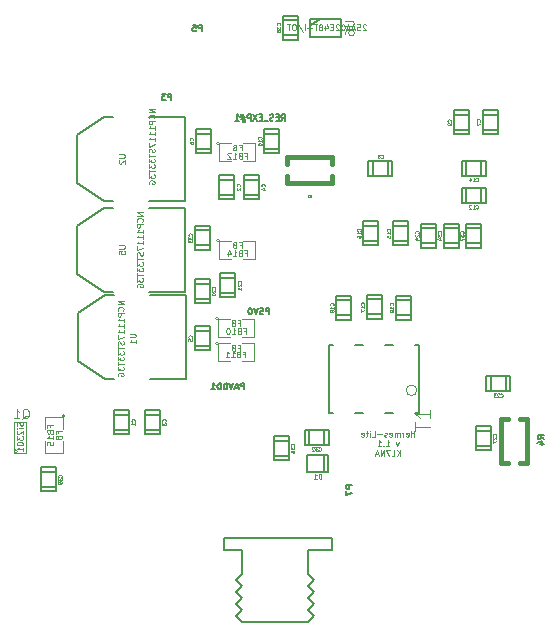
<source format=gbo>
%FSLAX34Y34*%
G04 Gerber Fmt 3.4, Leading zero omitted, Abs format*
G04 (created by PCBNEW (2014-06-12 BZR 4942)-product) date Wed 18 Jun 2014 12:24:07 AM PDT*
%MOIN*%
G01*
G70*
G90*
G04 APERTURE LIST*
%ADD10C,0.003937*%
%ADD11C,0.004921*%
%ADD12C,0.005000*%
%ADD13C,0.003900*%
%ADD14C,0.005906*%
%ADD15C,0.003100*%
%ADD16C,0.015000*%
%ADD17C,0.002500*%
%ADD18C,0.008000*%
%ADD19C,0.003500*%
%ADD20C,0.005157*%
%ADD21C,0.002400*%
%ADD22C,0.004300*%
%ADD23C,0.004700*%
%ADD24C,0.001200*%
%ADD25C,0.003000*%
G04 APERTURE END LIST*
G54D10*
G54D11*
X63185Y-30164D02*
X63185Y-29967D01*
X63185Y-30061D02*
X63073Y-30061D01*
X63073Y-30164D02*
X63073Y-29967D01*
X62904Y-30154D02*
X62923Y-30164D01*
X62960Y-30164D01*
X62979Y-30154D01*
X62988Y-30136D01*
X62988Y-30061D01*
X62979Y-30042D01*
X62960Y-30033D01*
X62923Y-30033D01*
X62904Y-30042D01*
X62895Y-30061D01*
X62895Y-30079D01*
X62988Y-30098D01*
X62810Y-30164D02*
X62810Y-30033D01*
X62810Y-30070D02*
X62801Y-30051D01*
X62792Y-30042D01*
X62773Y-30033D01*
X62754Y-30033D01*
X62689Y-30164D02*
X62689Y-30033D01*
X62689Y-30051D02*
X62679Y-30042D01*
X62660Y-30033D01*
X62632Y-30033D01*
X62614Y-30042D01*
X62604Y-30061D01*
X62604Y-30164D01*
X62604Y-30061D02*
X62595Y-30042D01*
X62576Y-30033D01*
X62548Y-30033D01*
X62529Y-30042D01*
X62520Y-30061D01*
X62520Y-30164D01*
X62351Y-30154D02*
X62370Y-30164D01*
X62407Y-30164D01*
X62426Y-30154D01*
X62435Y-30136D01*
X62435Y-30061D01*
X62426Y-30042D01*
X62407Y-30033D01*
X62370Y-30033D01*
X62351Y-30042D01*
X62342Y-30061D01*
X62342Y-30079D01*
X62435Y-30098D01*
X62267Y-30154D02*
X62248Y-30164D01*
X62210Y-30164D01*
X62192Y-30154D01*
X62182Y-30136D01*
X62182Y-30126D01*
X62192Y-30108D01*
X62210Y-30098D01*
X62239Y-30098D01*
X62257Y-30089D01*
X62267Y-30070D01*
X62267Y-30061D01*
X62257Y-30042D01*
X62239Y-30033D01*
X62210Y-30033D01*
X62192Y-30042D01*
X62098Y-30089D02*
X61948Y-30089D01*
X61761Y-30164D02*
X61854Y-30164D01*
X61854Y-29967D01*
X61695Y-30164D02*
X61695Y-30033D01*
X61695Y-29967D02*
X61704Y-29976D01*
X61695Y-29986D01*
X61686Y-29976D01*
X61695Y-29967D01*
X61695Y-29986D01*
X61629Y-30033D02*
X61554Y-30033D01*
X61601Y-29967D02*
X61601Y-30136D01*
X61592Y-30154D01*
X61573Y-30164D01*
X61554Y-30164D01*
X61414Y-30154D02*
X61432Y-30164D01*
X61470Y-30164D01*
X61489Y-30154D01*
X61498Y-30136D01*
X61498Y-30061D01*
X61489Y-30042D01*
X61470Y-30033D01*
X61432Y-30033D01*
X61414Y-30042D01*
X61404Y-30061D01*
X61404Y-30079D01*
X61498Y-30098D01*
X62656Y-30357D02*
X62609Y-30489D01*
X62562Y-30357D01*
X62234Y-30489D02*
X62346Y-30489D01*
X62290Y-30489D02*
X62290Y-30292D01*
X62309Y-30320D01*
X62328Y-30339D01*
X62346Y-30348D01*
X62150Y-30470D02*
X62140Y-30479D01*
X62150Y-30489D01*
X62159Y-30479D01*
X62150Y-30470D01*
X62150Y-30489D01*
X61953Y-30489D02*
X62065Y-30489D01*
X62009Y-30489D02*
X62009Y-30292D01*
X62028Y-30320D01*
X62046Y-30339D01*
X62065Y-30348D01*
X62712Y-30813D02*
X62712Y-30617D01*
X62599Y-30813D02*
X62684Y-30701D01*
X62599Y-30617D02*
X62712Y-30729D01*
X62421Y-30813D02*
X62515Y-30813D01*
X62515Y-30617D01*
X62374Y-30617D02*
X62243Y-30617D01*
X62328Y-30813D01*
X62168Y-30813D02*
X62168Y-30617D01*
X62056Y-30813D01*
X62056Y-30617D01*
X61971Y-30757D02*
X61878Y-30757D01*
X61990Y-30813D02*
X61925Y-30617D01*
X61859Y-30813D01*
G54D12*
X53675Y-29435D02*
X53175Y-29435D01*
X53675Y-29935D02*
X53185Y-29935D01*
X53675Y-30085D02*
X53675Y-29285D01*
X53675Y-29285D02*
X53175Y-29285D01*
X53175Y-29285D02*
X53175Y-30085D01*
X53175Y-30085D02*
X53675Y-30085D01*
X57179Y-21600D02*
X56679Y-21600D01*
X57179Y-22100D02*
X56689Y-22100D01*
X57179Y-22250D02*
X57179Y-21450D01*
X57179Y-21450D02*
X56679Y-21450D01*
X56679Y-21450D02*
X56679Y-22250D01*
X56679Y-22250D02*
X57179Y-22250D01*
X54698Y-29435D02*
X54198Y-29435D01*
X54698Y-29935D02*
X54208Y-29935D01*
X54698Y-30085D02*
X54698Y-29285D01*
X54698Y-29285D02*
X54198Y-29285D01*
X54198Y-29285D02*
X54198Y-30085D01*
X54198Y-30085D02*
X54698Y-30085D01*
X58005Y-21600D02*
X57505Y-21600D01*
X58005Y-22100D02*
X57515Y-22100D01*
X58005Y-22250D02*
X58005Y-21450D01*
X58005Y-21450D02*
X57505Y-21450D01*
X57505Y-21450D02*
X57505Y-22250D01*
X57505Y-22250D02*
X58005Y-22250D01*
X55852Y-27139D02*
X56352Y-27139D01*
X55852Y-26639D02*
X56342Y-26639D01*
X55852Y-26489D02*
X55852Y-27289D01*
X55852Y-27289D02*
X56352Y-27289D01*
X56352Y-27289D02*
X56352Y-26489D01*
X56352Y-26489D02*
X55852Y-26489D01*
X55891Y-20564D02*
X56391Y-20564D01*
X55891Y-20064D02*
X56381Y-20064D01*
X55891Y-19914D02*
X55891Y-20714D01*
X55891Y-20714D02*
X56391Y-20714D01*
X56391Y-20714D02*
X56391Y-19914D01*
X56391Y-19914D02*
X55891Y-19914D01*
X65458Y-19935D02*
X65958Y-19935D01*
X65458Y-19435D02*
X65948Y-19435D01*
X65458Y-19285D02*
X65458Y-20085D01*
X65458Y-20085D02*
X65958Y-20085D01*
X65958Y-20085D02*
X65958Y-19285D01*
X65958Y-19285D02*
X65458Y-19285D01*
X61797Y-20970D02*
X61797Y-21470D01*
X62297Y-20970D02*
X62297Y-21460D01*
X62447Y-20970D02*
X61647Y-20970D01*
X61647Y-20970D02*
X61647Y-21470D01*
X61647Y-21470D02*
X62447Y-21470D01*
X62447Y-21470D02*
X62447Y-20970D01*
X64486Y-19938D02*
X64986Y-19938D01*
X64486Y-19438D02*
X64976Y-19438D01*
X64486Y-19288D02*
X64486Y-20088D01*
X64486Y-20088D02*
X64986Y-20088D01*
X64986Y-20088D02*
X64986Y-19288D01*
X64986Y-19288D02*
X64486Y-19288D01*
X58175Y-20564D02*
X58675Y-20564D01*
X58175Y-20064D02*
X58665Y-20064D01*
X58175Y-19914D02*
X58175Y-20714D01*
X58175Y-20714D02*
X58675Y-20714D01*
X58675Y-20714D02*
X58675Y-19914D01*
X58675Y-19914D02*
X58175Y-19914D01*
X65407Y-22375D02*
X65407Y-21875D01*
X64907Y-22375D02*
X64907Y-21885D01*
X64757Y-22375D02*
X65557Y-22375D01*
X65557Y-22375D02*
X65557Y-21875D01*
X65557Y-21875D02*
X64757Y-21875D01*
X64757Y-21875D02*
X64757Y-22375D01*
X65407Y-21470D02*
X65407Y-20970D01*
X64907Y-21470D02*
X64907Y-20980D01*
X64757Y-21470D02*
X65557Y-21470D01*
X65557Y-21470D02*
X65557Y-20970D01*
X65557Y-20970D02*
X64757Y-20970D01*
X64757Y-20970D02*
X64757Y-21470D01*
X62466Y-23635D02*
X62966Y-23635D01*
X62466Y-23135D02*
X62956Y-23135D01*
X62466Y-22985D02*
X62466Y-23785D01*
X62466Y-23785D02*
X62966Y-23785D01*
X62966Y-23785D02*
X62966Y-22985D01*
X62966Y-22985D02*
X62466Y-22985D01*
X61482Y-23635D02*
X61982Y-23635D01*
X61482Y-23135D02*
X61972Y-23135D01*
X61482Y-22985D02*
X61482Y-23785D01*
X61482Y-23785D02*
X61982Y-23785D01*
X61982Y-23785D02*
X61982Y-22985D01*
X61982Y-22985D02*
X61482Y-22985D01*
X61600Y-26096D02*
X62100Y-26096D01*
X61600Y-25596D02*
X62090Y-25596D01*
X61600Y-25446D02*
X61600Y-26246D01*
X61600Y-26246D02*
X62100Y-26246D01*
X62100Y-26246D02*
X62100Y-25446D01*
X62100Y-25446D02*
X61600Y-25446D01*
X60576Y-26116D02*
X61076Y-26116D01*
X60576Y-25616D02*
X61066Y-25616D01*
X60576Y-25466D02*
X60576Y-26266D01*
X60576Y-26266D02*
X61076Y-26266D01*
X61076Y-26266D02*
X61076Y-25466D01*
X61076Y-25466D02*
X60576Y-25466D01*
X62564Y-26116D02*
X63064Y-26116D01*
X62564Y-25616D02*
X63054Y-25616D01*
X62564Y-25466D02*
X62564Y-26266D01*
X62564Y-26266D02*
X63064Y-26266D01*
X63064Y-26266D02*
X63064Y-25466D01*
X63064Y-25466D02*
X62564Y-25466D01*
X56352Y-25064D02*
X55852Y-25064D01*
X56352Y-25564D02*
X55862Y-25564D01*
X56352Y-25714D02*
X56352Y-24914D01*
X56352Y-24914D02*
X55852Y-24914D01*
X55852Y-24914D02*
X55852Y-25714D01*
X55852Y-25714D02*
X56352Y-25714D01*
X57218Y-24868D02*
X56718Y-24868D01*
X57218Y-25368D02*
X56728Y-25368D01*
X57218Y-25518D02*
X57218Y-24718D01*
X57218Y-24718D02*
X56718Y-24718D01*
X56718Y-24718D02*
X56718Y-25518D01*
X56718Y-25518D02*
X57218Y-25518D01*
X66224Y-28655D02*
X66224Y-28155D01*
X65724Y-28655D02*
X65724Y-28165D01*
X65574Y-28655D02*
X66374Y-28655D01*
X66374Y-28655D02*
X66374Y-28155D01*
X66374Y-28155D02*
X65574Y-28155D01*
X65574Y-28155D02*
X65574Y-28655D01*
X63411Y-23714D02*
X63911Y-23714D01*
X63411Y-23214D02*
X63901Y-23214D01*
X63411Y-23064D02*
X63411Y-23864D01*
X63411Y-23864D02*
X63911Y-23864D01*
X63911Y-23864D02*
X63911Y-23064D01*
X63911Y-23064D02*
X63411Y-23064D01*
X65722Y-29966D02*
X65222Y-29966D01*
X65722Y-30466D02*
X65232Y-30466D01*
X65722Y-30616D02*
X65722Y-29816D01*
X65722Y-29816D02*
X65222Y-29816D01*
X65222Y-29816D02*
X65222Y-30616D01*
X65222Y-30616D02*
X65722Y-30616D01*
X60171Y-30446D02*
X60171Y-29946D01*
X59671Y-30446D02*
X59671Y-29956D01*
X59521Y-30446D02*
X60321Y-30446D01*
X60321Y-30446D02*
X60321Y-29946D01*
X60321Y-29946D02*
X59521Y-29946D01*
X59521Y-29946D02*
X59521Y-30446D01*
X55852Y-23793D02*
X56352Y-23793D01*
X55852Y-23293D02*
X56342Y-23293D01*
X55852Y-23143D02*
X55852Y-23943D01*
X55852Y-23943D02*
X56352Y-23943D01*
X56352Y-23943D02*
X56352Y-23143D01*
X56352Y-23143D02*
X55852Y-23143D01*
X64159Y-23714D02*
X64659Y-23714D01*
X64159Y-23214D02*
X64649Y-23214D01*
X64159Y-23064D02*
X64159Y-23864D01*
X64159Y-23864D02*
X64659Y-23864D01*
X64659Y-23864D02*
X64659Y-23064D01*
X64659Y-23064D02*
X64159Y-23064D01*
X58990Y-30301D02*
X58490Y-30301D01*
X58990Y-30801D02*
X58500Y-30801D01*
X58990Y-30951D02*
X58990Y-30151D01*
X58990Y-30151D02*
X58490Y-30151D01*
X58490Y-30151D02*
X58490Y-30951D01*
X58490Y-30951D02*
X58990Y-30951D01*
X64907Y-23714D02*
X65407Y-23714D01*
X64907Y-23214D02*
X65397Y-23214D01*
X64907Y-23064D02*
X64907Y-23864D01*
X64907Y-23864D02*
X65407Y-23864D01*
X65407Y-23864D02*
X65407Y-23064D01*
X65407Y-23064D02*
X64907Y-23064D01*
X58805Y-16785D02*
X59305Y-16785D01*
X58805Y-16285D02*
X59295Y-16285D01*
X58805Y-16135D02*
X58805Y-16935D01*
X58805Y-16935D02*
X59305Y-16935D01*
X59305Y-16935D02*
X59305Y-16135D01*
X59305Y-16135D02*
X58805Y-16135D01*
X51234Y-31344D02*
X50734Y-31344D01*
X51234Y-31844D02*
X50744Y-31844D01*
X51234Y-31994D02*
X51234Y-31194D01*
X51234Y-31194D02*
X50734Y-31194D01*
X50734Y-31194D02*
X50734Y-31994D01*
X50734Y-31994D02*
X51234Y-31994D01*
X60157Y-31338D02*
X60157Y-30786D01*
X60314Y-31338D02*
X59606Y-31338D01*
X59606Y-31338D02*
X59606Y-30786D01*
X59606Y-30786D02*
X60314Y-30786D01*
X60314Y-30786D02*
X60314Y-31338D01*
G54D13*
X56644Y-26235D02*
G75*
G03X56644Y-26235I-50J0D01*
G74*
G01*
X57044Y-26235D02*
X56644Y-26235D01*
X56644Y-26235D02*
X56644Y-26835D01*
X56644Y-26835D02*
X57044Y-26835D01*
X57444Y-26835D02*
X57844Y-26835D01*
X57844Y-26835D02*
X57844Y-26235D01*
X57844Y-26235D02*
X57444Y-26235D01*
X56644Y-27062D02*
G75*
G03X56644Y-27062I-50J0D01*
G74*
G01*
X57044Y-27062D02*
X56644Y-27062D01*
X56644Y-27062D02*
X56644Y-27662D01*
X56644Y-27662D02*
X57044Y-27662D01*
X57444Y-27662D02*
X57844Y-27662D01*
X57844Y-27662D02*
X57844Y-27062D01*
X57844Y-27062D02*
X57444Y-27062D01*
X56683Y-20388D02*
G75*
G03X56683Y-20388I-50J0D01*
G74*
G01*
X57083Y-20388D02*
X56683Y-20388D01*
X56683Y-20388D02*
X56683Y-20988D01*
X56683Y-20988D02*
X57083Y-20988D01*
X57483Y-20988D02*
X57883Y-20988D01*
X57883Y-20988D02*
X57883Y-20388D01*
X57883Y-20388D02*
X57483Y-20388D01*
X56683Y-23637D02*
G75*
G03X56683Y-23637I-50J0D01*
G74*
G01*
X57083Y-23637D02*
X56683Y-23637D01*
X56683Y-23637D02*
X56683Y-24237D01*
X56683Y-24237D02*
X57083Y-24237D01*
X57483Y-24237D02*
X57883Y-24237D01*
X57883Y-24237D02*
X57883Y-23637D01*
X57883Y-23637D02*
X57483Y-23637D01*
X51531Y-29468D02*
G75*
G03X51531Y-29468I-50J0D01*
G74*
G01*
X51481Y-29918D02*
X51481Y-29518D01*
X51481Y-29518D02*
X50881Y-29518D01*
X50881Y-29518D02*
X50881Y-29918D01*
X50881Y-30318D02*
X50881Y-30718D01*
X50881Y-30718D02*
X51481Y-30718D01*
X51481Y-30718D02*
X51481Y-30318D01*
G54D14*
X57422Y-36344D02*
X59622Y-36344D01*
X59622Y-36344D02*
X59822Y-36144D01*
X59822Y-36144D02*
X59622Y-35944D01*
X59622Y-35944D02*
X59822Y-35744D01*
X59822Y-35744D02*
X59622Y-35544D01*
X59622Y-35544D02*
X59822Y-35344D01*
X59822Y-35344D02*
X59622Y-35144D01*
X59622Y-35144D02*
X59822Y-34944D01*
X57222Y-34944D02*
X57422Y-35144D01*
X57422Y-35144D02*
X57222Y-35344D01*
X57222Y-35344D02*
X57422Y-35544D01*
X57422Y-35544D02*
X57222Y-35744D01*
X57222Y-35744D02*
X57422Y-35944D01*
X57422Y-35944D02*
X57222Y-36144D01*
X57222Y-36144D02*
X57422Y-36344D01*
X59822Y-34944D02*
X59622Y-34744D01*
X59622Y-34744D02*
X59622Y-33944D01*
X59622Y-33944D02*
X60422Y-33944D01*
X60422Y-33944D02*
X60422Y-33544D01*
X60422Y-33544D02*
X56822Y-33544D01*
X56822Y-33544D02*
X56822Y-33944D01*
X56822Y-33944D02*
X57422Y-33944D01*
X57422Y-33944D02*
X57422Y-34744D01*
X57422Y-34744D02*
X57222Y-34944D01*
G54D15*
X49963Y-30659D02*
G75*
G03X49963Y-30659I-62J0D01*
G74*
G01*
X50239Y-29696D02*
X49839Y-29696D01*
X50239Y-30721D02*
X49839Y-30721D01*
X49839Y-29696D02*
X49839Y-30721D01*
X50239Y-30721D02*
X50239Y-29696D01*
G54D16*
X58937Y-21072D02*
X58937Y-20836D01*
X58937Y-20836D02*
X60433Y-20836D01*
X60433Y-20836D02*
X60433Y-21072D01*
X60433Y-21466D02*
X60433Y-21702D01*
X60433Y-21702D02*
X58937Y-21702D01*
X58937Y-21702D02*
X58937Y-21466D01*
X66299Y-31062D02*
X66063Y-31062D01*
X66063Y-31062D02*
X66063Y-29566D01*
X66063Y-29566D02*
X66299Y-29566D01*
X66693Y-29566D02*
X66929Y-29566D01*
X66929Y-29566D02*
X66929Y-31062D01*
X66929Y-31062D02*
X66693Y-31062D01*
G54D12*
X63334Y-29375D02*
X63334Y-27125D01*
X60334Y-27125D02*
X60334Y-29375D01*
X63334Y-27125D02*
X63209Y-27125D01*
X62459Y-27125D02*
X62209Y-27125D01*
X61459Y-27125D02*
X61209Y-27125D01*
X60459Y-27125D02*
X60334Y-27125D01*
X63334Y-29375D02*
X63209Y-29375D01*
X62459Y-29375D02*
X62209Y-29375D01*
X61459Y-29375D02*
X61209Y-29375D01*
X60459Y-29375D02*
X60334Y-29375D01*
G54D17*
X63261Y-28625D02*
G75*
G03X63261Y-28625I-176J0D01*
G74*
G01*
G54D18*
X54379Y-25450D02*
X55579Y-25450D01*
X55579Y-25450D02*
X55579Y-28250D01*
X55579Y-28250D02*
X54379Y-28250D01*
X53179Y-25450D02*
X52879Y-25450D01*
X52879Y-25450D02*
X51979Y-26050D01*
X51979Y-26050D02*
X51979Y-27650D01*
X51979Y-27650D02*
X52879Y-28250D01*
X52879Y-28250D02*
X53179Y-28250D01*
X54340Y-19505D02*
X55540Y-19505D01*
X55540Y-19505D02*
X55540Y-22305D01*
X55540Y-22305D02*
X54340Y-22305D01*
X53140Y-19505D02*
X52840Y-19505D01*
X52840Y-19505D02*
X51940Y-20105D01*
X51940Y-20105D02*
X51940Y-21705D01*
X51940Y-21705D02*
X52840Y-22305D01*
X52840Y-22305D02*
X53140Y-22305D01*
X54340Y-22537D02*
X55540Y-22537D01*
X55540Y-22537D02*
X55540Y-25337D01*
X55540Y-25337D02*
X54340Y-25337D01*
X53140Y-22537D02*
X52840Y-22537D01*
X52840Y-22537D02*
X51940Y-23137D01*
X51940Y-23137D02*
X51940Y-24737D01*
X51940Y-24737D02*
X52840Y-25337D01*
X52840Y-25337D02*
X53140Y-25337D01*
G54D12*
X60036Y-16235D02*
X59736Y-16435D01*
X60736Y-16235D02*
X59711Y-16235D01*
X59711Y-16235D02*
X59711Y-16835D01*
X59711Y-16835D02*
X60736Y-16835D01*
X60736Y-16835D02*
X60736Y-16235D01*
G54D19*
X63214Y-29983D02*
X63214Y-29697D01*
X63714Y-29840D02*
X63214Y-29840D01*
X63714Y-29269D02*
X63714Y-29554D01*
X63714Y-29411D02*
X63214Y-29411D01*
X63285Y-29459D01*
X63333Y-29507D01*
X63357Y-29554D01*
G54D20*
X57498Y-28594D02*
X57498Y-28388D01*
X57419Y-28388D01*
X57400Y-28398D01*
X57390Y-28408D01*
X57380Y-28427D01*
X57380Y-28457D01*
X57390Y-28477D01*
X57400Y-28486D01*
X57419Y-28496D01*
X57498Y-28496D01*
X57301Y-28535D02*
X57203Y-28535D01*
X57321Y-28594D02*
X57252Y-28388D01*
X57184Y-28594D01*
X57144Y-28388D02*
X57075Y-28594D01*
X57007Y-28388D01*
X56938Y-28594D02*
X56938Y-28388D01*
X56889Y-28388D01*
X56859Y-28398D01*
X56840Y-28418D01*
X56830Y-28437D01*
X56820Y-28477D01*
X56820Y-28506D01*
X56830Y-28545D01*
X56840Y-28565D01*
X56859Y-28585D01*
X56889Y-28594D01*
X56938Y-28594D01*
X56732Y-28594D02*
X56732Y-28388D01*
X56683Y-28388D01*
X56653Y-28398D01*
X56633Y-28418D01*
X56624Y-28437D01*
X56614Y-28477D01*
X56614Y-28506D01*
X56624Y-28545D01*
X56633Y-28565D01*
X56653Y-28585D01*
X56683Y-28594D01*
X56732Y-28594D01*
X56417Y-28594D02*
X56535Y-28594D01*
X56476Y-28594D02*
X56476Y-28388D01*
X56496Y-28418D01*
X56516Y-28437D01*
X56535Y-28447D01*
G54D21*
X53857Y-29665D02*
X53862Y-29659D01*
X53868Y-29642D01*
X53868Y-29631D01*
X53862Y-29614D01*
X53851Y-29603D01*
X53840Y-29597D01*
X53818Y-29592D01*
X53801Y-29592D01*
X53778Y-29597D01*
X53767Y-29603D01*
X53756Y-29614D01*
X53750Y-29631D01*
X53750Y-29642D01*
X53756Y-29659D01*
X53761Y-29665D01*
X53868Y-29777D02*
X53868Y-29710D01*
X53868Y-29744D02*
X53750Y-29744D01*
X53767Y-29732D01*
X53778Y-29721D01*
X53784Y-29710D01*
X57361Y-21830D02*
X57366Y-21825D01*
X57372Y-21808D01*
X57372Y-21797D01*
X57366Y-21780D01*
X57355Y-21768D01*
X57344Y-21763D01*
X57321Y-21757D01*
X57305Y-21757D01*
X57282Y-21763D01*
X57271Y-21768D01*
X57260Y-21780D01*
X57254Y-21797D01*
X57254Y-21808D01*
X57260Y-21825D01*
X57265Y-21830D01*
X57265Y-21875D02*
X57260Y-21881D01*
X57254Y-21892D01*
X57254Y-21920D01*
X57260Y-21931D01*
X57265Y-21937D01*
X57276Y-21943D01*
X57288Y-21943D01*
X57305Y-21937D01*
X57372Y-21870D01*
X57372Y-21943D01*
X54880Y-29665D02*
X54886Y-29659D01*
X54892Y-29642D01*
X54892Y-29631D01*
X54886Y-29614D01*
X54875Y-29603D01*
X54864Y-29597D01*
X54841Y-29592D01*
X54824Y-29592D01*
X54802Y-29597D01*
X54791Y-29603D01*
X54779Y-29614D01*
X54774Y-29631D01*
X54774Y-29642D01*
X54779Y-29659D01*
X54785Y-29665D01*
X54774Y-29704D02*
X54774Y-29777D01*
X54819Y-29738D01*
X54819Y-29755D01*
X54824Y-29766D01*
X54830Y-29772D01*
X54841Y-29777D01*
X54869Y-29777D01*
X54880Y-29772D01*
X54886Y-29766D01*
X54892Y-29755D01*
X54892Y-29721D01*
X54886Y-29710D01*
X54880Y-29704D01*
X58188Y-21830D02*
X58193Y-21825D01*
X58199Y-21808D01*
X58199Y-21797D01*
X58193Y-21780D01*
X58182Y-21768D01*
X58171Y-21763D01*
X58148Y-21757D01*
X58131Y-21757D01*
X58109Y-21763D01*
X58098Y-21768D01*
X58086Y-21780D01*
X58081Y-21797D01*
X58081Y-21808D01*
X58086Y-21825D01*
X58092Y-21830D01*
X58120Y-21931D02*
X58199Y-21931D01*
X58075Y-21903D02*
X58159Y-21875D01*
X58159Y-21948D01*
X55754Y-26870D02*
X55760Y-26864D01*
X55765Y-26847D01*
X55765Y-26836D01*
X55760Y-26819D01*
X55748Y-26808D01*
X55737Y-26802D01*
X55715Y-26797D01*
X55698Y-26797D01*
X55675Y-26802D01*
X55664Y-26808D01*
X55653Y-26819D01*
X55647Y-26836D01*
X55647Y-26847D01*
X55653Y-26864D01*
X55658Y-26870D01*
X55647Y-26976D02*
X55647Y-26920D01*
X55703Y-26915D01*
X55698Y-26920D01*
X55692Y-26931D01*
X55692Y-26960D01*
X55698Y-26971D01*
X55703Y-26976D01*
X55715Y-26982D01*
X55743Y-26982D01*
X55754Y-26976D01*
X55760Y-26971D01*
X55765Y-26960D01*
X55765Y-26931D01*
X55760Y-26920D01*
X55754Y-26915D01*
X55793Y-20295D02*
X55799Y-20289D01*
X55805Y-20272D01*
X55805Y-20261D01*
X55799Y-20244D01*
X55788Y-20233D01*
X55777Y-20227D01*
X55754Y-20222D01*
X55737Y-20222D01*
X55715Y-20227D01*
X55703Y-20233D01*
X55692Y-20244D01*
X55687Y-20261D01*
X55687Y-20272D01*
X55692Y-20289D01*
X55698Y-20295D01*
X55687Y-20396D02*
X55687Y-20373D01*
X55692Y-20362D01*
X55698Y-20357D01*
X55715Y-20345D01*
X55737Y-20340D01*
X55782Y-20340D01*
X55793Y-20345D01*
X55799Y-20351D01*
X55805Y-20362D01*
X55805Y-20385D01*
X55799Y-20396D01*
X55793Y-20402D01*
X55782Y-20407D01*
X55754Y-20407D01*
X55743Y-20402D01*
X55737Y-20396D01*
X55732Y-20385D01*
X55732Y-20362D01*
X55737Y-20351D01*
X55743Y-20345D01*
X55754Y-20340D01*
X65360Y-19665D02*
X65366Y-19659D01*
X65372Y-19642D01*
X65372Y-19631D01*
X65366Y-19614D01*
X65355Y-19603D01*
X65343Y-19597D01*
X65321Y-19592D01*
X65304Y-19592D01*
X65282Y-19597D01*
X65270Y-19603D01*
X65259Y-19614D01*
X65254Y-19631D01*
X65254Y-19642D01*
X65259Y-19659D01*
X65265Y-19665D01*
X65254Y-19704D02*
X65254Y-19783D01*
X65372Y-19732D01*
X62066Y-20872D02*
X62072Y-20878D01*
X62089Y-20883D01*
X62100Y-20883D01*
X62117Y-20878D01*
X62128Y-20866D01*
X62134Y-20855D01*
X62139Y-20833D01*
X62139Y-20816D01*
X62134Y-20793D01*
X62128Y-20782D01*
X62117Y-20771D01*
X62100Y-20765D01*
X62089Y-20765D01*
X62072Y-20771D01*
X62066Y-20777D01*
X61999Y-20816D02*
X62010Y-20810D01*
X62016Y-20805D01*
X62021Y-20793D01*
X62021Y-20788D01*
X62016Y-20777D01*
X62010Y-20771D01*
X61999Y-20765D01*
X61977Y-20765D01*
X61965Y-20771D01*
X61960Y-20777D01*
X61954Y-20788D01*
X61954Y-20793D01*
X61960Y-20805D01*
X61965Y-20810D01*
X61977Y-20816D01*
X61999Y-20816D01*
X62010Y-20822D01*
X62016Y-20827D01*
X62021Y-20838D01*
X62021Y-20861D01*
X62016Y-20872D01*
X62010Y-20878D01*
X61999Y-20883D01*
X61977Y-20883D01*
X61965Y-20878D01*
X61960Y-20872D01*
X61954Y-20861D01*
X61954Y-20838D01*
X61960Y-20827D01*
X61965Y-20822D01*
X61977Y-20816D01*
X64388Y-19669D02*
X64393Y-19663D01*
X64399Y-19646D01*
X64399Y-19635D01*
X64393Y-19618D01*
X64382Y-19607D01*
X64371Y-19601D01*
X64349Y-19596D01*
X64332Y-19596D01*
X64309Y-19601D01*
X64298Y-19607D01*
X64287Y-19618D01*
X64281Y-19635D01*
X64281Y-19646D01*
X64287Y-19663D01*
X64292Y-19669D01*
X64399Y-19725D02*
X64399Y-19747D01*
X64393Y-19759D01*
X64388Y-19764D01*
X64371Y-19776D01*
X64349Y-19781D01*
X64304Y-19781D01*
X64292Y-19776D01*
X64287Y-19770D01*
X64281Y-19759D01*
X64281Y-19736D01*
X64287Y-19725D01*
X64292Y-19719D01*
X64304Y-19714D01*
X64332Y-19714D01*
X64343Y-19719D01*
X64349Y-19725D01*
X64354Y-19736D01*
X64354Y-19759D01*
X64349Y-19770D01*
X64343Y-19776D01*
X64332Y-19781D01*
X58077Y-20239D02*
X58082Y-20233D01*
X58088Y-20216D01*
X58088Y-20205D01*
X58082Y-20188D01*
X58071Y-20177D01*
X58060Y-20171D01*
X58038Y-20166D01*
X58021Y-20166D01*
X57998Y-20171D01*
X57987Y-20177D01*
X57976Y-20188D01*
X57970Y-20205D01*
X57970Y-20216D01*
X57976Y-20233D01*
X57981Y-20239D01*
X58088Y-20351D02*
X58088Y-20284D01*
X58088Y-20317D02*
X57970Y-20317D01*
X57987Y-20306D01*
X57998Y-20295D01*
X58004Y-20284D01*
X57970Y-20424D02*
X57970Y-20435D01*
X57976Y-20447D01*
X57981Y-20452D01*
X57993Y-20458D01*
X58015Y-20463D01*
X58043Y-20463D01*
X58066Y-20458D01*
X58077Y-20452D01*
X58082Y-20447D01*
X58088Y-20435D01*
X58088Y-20424D01*
X58082Y-20413D01*
X58077Y-20407D01*
X58066Y-20402D01*
X58043Y-20396D01*
X58015Y-20396D01*
X57993Y-20402D01*
X57981Y-20407D01*
X57976Y-20413D01*
X57970Y-20424D01*
X65233Y-22558D02*
X65238Y-22563D01*
X65255Y-22569D01*
X65267Y-22569D01*
X65283Y-22563D01*
X65295Y-22552D01*
X65300Y-22541D01*
X65306Y-22518D01*
X65306Y-22501D01*
X65300Y-22479D01*
X65295Y-22468D01*
X65283Y-22456D01*
X65267Y-22451D01*
X65255Y-22451D01*
X65238Y-22456D01*
X65233Y-22462D01*
X65120Y-22569D02*
X65188Y-22569D01*
X65154Y-22569D02*
X65154Y-22451D01*
X65165Y-22468D01*
X65177Y-22479D01*
X65188Y-22485D01*
X65076Y-22462D02*
X65070Y-22456D01*
X65059Y-22451D01*
X65031Y-22451D01*
X65019Y-22456D01*
X65014Y-22462D01*
X65008Y-22473D01*
X65008Y-22485D01*
X65014Y-22501D01*
X65081Y-22569D01*
X65008Y-22569D01*
X65233Y-21652D02*
X65238Y-21658D01*
X65255Y-21663D01*
X65267Y-21663D01*
X65283Y-21658D01*
X65295Y-21646D01*
X65300Y-21635D01*
X65306Y-21613D01*
X65306Y-21596D01*
X65300Y-21573D01*
X65295Y-21562D01*
X65283Y-21551D01*
X65267Y-21545D01*
X65255Y-21545D01*
X65238Y-21551D01*
X65233Y-21557D01*
X65120Y-21663D02*
X65188Y-21663D01*
X65154Y-21663D02*
X65154Y-21545D01*
X65165Y-21562D01*
X65177Y-21573D01*
X65188Y-21579D01*
X65019Y-21585D02*
X65019Y-21663D01*
X65047Y-21540D02*
X65076Y-21624D01*
X65002Y-21624D01*
X62368Y-23309D02*
X62374Y-23304D01*
X62379Y-23287D01*
X62379Y-23276D01*
X62374Y-23259D01*
X62363Y-23248D01*
X62351Y-23242D01*
X62329Y-23236D01*
X62312Y-23236D01*
X62290Y-23242D01*
X62278Y-23248D01*
X62267Y-23259D01*
X62261Y-23276D01*
X62261Y-23287D01*
X62267Y-23304D01*
X62273Y-23309D01*
X62379Y-23422D02*
X62379Y-23354D01*
X62379Y-23388D02*
X62261Y-23388D01*
X62278Y-23377D01*
X62290Y-23366D01*
X62295Y-23354D01*
X62261Y-23529D02*
X62261Y-23472D01*
X62318Y-23467D01*
X62312Y-23472D01*
X62306Y-23484D01*
X62306Y-23512D01*
X62312Y-23523D01*
X62318Y-23529D01*
X62329Y-23534D01*
X62357Y-23534D01*
X62368Y-23529D01*
X62374Y-23523D01*
X62379Y-23512D01*
X62379Y-23484D01*
X62374Y-23472D01*
X62368Y-23467D01*
X61384Y-23309D02*
X61390Y-23304D01*
X61395Y-23287D01*
X61395Y-23276D01*
X61390Y-23259D01*
X61378Y-23248D01*
X61367Y-23242D01*
X61345Y-23236D01*
X61328Y-23236D01*
X61305Y-23242D01*
X61294Y-23248D01*
X61283Y-23259D01*
X61277Y-23276D01*
X61277Y-23287D01*
X61283Y-23304D01*
X61288Y-23309D01*
X61395Y-23422D02*
X61395Y-23354D01*
X61395Y-23388D02*
X61277Y-23388D01*
X61294Y-23377D01*
X61305Y-23366D01*
X61311Y-23354D01*
X61277Y-23523D02*
X61277Y-23501D01*
X61283Y-23489D01*
X61288Y-23484D01*
X61305Y-23472D01*
X61328Y-23467D01*
X61373Y-23467D01*
X61384Y-23472D01*
X61390Y-23478D01*
X61395Y-23489D01*
X61395Y-23512D01*
X61390Y-23523D01*
X61384Y-23529D01*
X61373Y-23534D01*
X61345Y-23534D01*
X61333Y-23529D01*
X61328Y-23523D01*
X61322Y-23512D01*
X61322Y-23489D01*
X61328Y-23478D01*
X61333Y-23472D01*
X61345Y-23467D01*
X61502Y-25770D02*
X61508Y-25764D01*
X61513Y-25748D01*
X61513Y-25736D01*
X61508Y-25720D01*
X61496Y-25708D01*
X61485Y-25703D01*
X61463Y-25697D01*
X61446Y-25697D01*
X61423Y-25703D01*
X61412Y-25708D01*
X61401Y-25720D01*
X61395Y-25736D01*
X61395Y-25748D01*
X61401Y-25764D01*
X61407Y-25770D01*
X61513Y-25882D02*
X61513Y-25815D01*
X61513Y-25849D02*
X61395Y-25849D01*
X61412Y-25838D01*
X61423Y-25826D01*
X61429Y-25815D01*
X61395Y-25922D02*
X61395Y-26000D01*
X61513Y-25950D01*
X60478Y-25790D02*
X60484Y-25784D01*
X60490Y-25767D01*
X60490Y-25756D01*
X60484Y-25739D01*
X60473Y-25728D01*
X60462Y-25722D01*
X60439Y-25717D01*
X60422Y-25717D01*
X60400Y-25722D01*
X60389Y-25728D01*
X60377Y-25739D01*
X60372Y-25756D01*
X60372Y-25767D01*
X60377Y-25784D01*
X60383Y-25790D01*
X60490Y-25902D02*
X60490Y-25835D01*
X60490Y-25868D02*
X60372Y-25868D01*
X60389Y-25857D01*
X60400Y-25846D01*
X60405Y-25835D01*
X60422Y-25970D02*
X60417Y-25958D01*
X60411Y-25953D01*
X60400Y-25947D01*
X60394Y-25947D01*
X60383Y-25953D01*
X60377Y-25958D01*
X60372Y-25970D01*
X60372Y-25992D01*
X60377Y-26003D01*
X60383Y-26009D01*
X60394Y-26015D01*
X60400Y-26015D01*
X60411Y-26009D01*
X60417Y-26003D01*
X60422Y-25992D01*
X60422Y-25970D01*
X60428Y-25958D01*
X60433Y-25953D01*
X60445Y-25947D01*
X60467Y-25947D01*
X60478Y-25953D01*
X60484Y-25958D01*
X60490Y-25970D01*
X60490Y-25992D01*
X60484Y-26003D01*
X60478Y-26009D01*
X60467Y-26015D01*
X60445Y-26015D01*
X60433Y-26009D01*
X60428Y-26003D01*
X60422Y-25992D01*
X62467Y-25790D02*
X62472Y-25784D01*
X62478Y-25767D01*
X62478Y-25756D01*
X62472Y-25739D01*
X62461Y-25728D01*
X62450Y-25722D01*
X62427Y-25717D01*
X62410Y-25717D01*
X62388Y-25722D01*
X62377Y-25728D01*
X62365Y-25739D01*
X62360Y-25756D01*
X62360Y-25767D01*
X62365Y-25784D01*
X62371Y-25790D01*
X62478Y-25902D02*
X62478Y-25835D01*
X62478Y-25868D02*
X62360Y-25868D01*
X62377Y-25857D01*
X62388Y-25846D01*
X62394Y-25835D01*
X62478Y-25958D02*
X62478Y-25981D01*
X62472Y-25992D01*
X62467Y-25998D01*
X62450Y-26009D01*
X62427Y-26015D01*
X62382Y-26015D01*
X62371Y-26009D01*
X62365Y-26003D01*
X62360Y-25992D01*
X62360Y-25970D01*
X62365Y-25958D01*
X62371Y-25953D01*
X62382Y-25947D01*
X62410Y-25947D01*
X62422Y-25953D01*
X62427Y-25958D01*
X62433Y-25970D01*
X62433Y-25992D01*
X62427Y-26003D01*
X62422Y-26009D01*
X62410Y-26015D01*
X56534Y-25239D02*
X56540Y-25233D01*
X56545Y-25216D01*
X56545Y-25205D01*
X56540Y-25188D01*
X56528Y-25177D01*
X56517Y-25171D01*
X56495Y-25166D01*
X56478Y-25166D01*
X56455Y-25171D01*
X56444Y-25177D01*
X56433Y-25188D01*
X56427Y-25205D01*
X56427Y-25216D01*
X56433Y-25233D01*
X56438Y-25239D01*
X56438Y-25284D02*
X56433Y-25289D01*
X56427Y-25300D01*
X56427Y-25329D01*
X56433Y-25340D01*
X56438Y-25345D01*
X56450Y-25351D01*
X56461Y-25351D01*
X56478Y-25345D01*
X56545Y-25278D01*
X56545Y-25351D01*
X56427Y-25424D02*
X56427Y-25435D01*
X56433Y-25447D01*
X56438Y-25452D01*
X56450Y-25458D01*
X56472Y-25463D01*
X56500Y-25463D01*
X56523Y-25458D01*
X56534Y-25452D01*
X56540Y-25447D01*
X56545Y-25435D01*
X56545Y-25424D01*
X56540Y-25413D01*
X56534Y-25407D01*
X56523Y-25402D01*
X56500Y-25396D01*
X56472Y-25396D01*
X56450Y-25402D01*
X56438Y-25407D01*
X56433Y-25413D01*
X56427Y-25424D01*
X57400Y-25042D02*
X57406Y-25036D01*
X57411Y-25019D01*
X57411Y-25008D01*
X57406Y-24991D01*
X57395Y-24980D01*
X57383Y-24974D01*
X57361Y-24969D01*
X57344Y-24969D01*
X57321Y-24974D01*
X57310Y-24980D01*
X57299Y-24991D01*
X57293Y-25008D01*
X57293Y-25019D01*
X57299Y-25036D01*
X57305Y-25042D01*
X57305Y-25087D02*
X57299Y-25092D01*
X57293Y-25104D01*
X57293Y-25132D01*
X57299Y-25143D01*
X57305Y-25149D01*
X57316Y-25154D01*
X57327Y-25154D01*
X57344Y-25149D01*
X57411Y-25081D01*
X57411Y-25154D01*
X57411Y-25267D02*
X57411Y-25199D01*
X57411Y-25233D02*
X57293Y-25233D01*
X57310Y-25222D01*
X57321Y-25210D01*
X57327Y-25199D01*
X66050Y-28837D02*
X66055Y-28843D01*
X66072Y-28848D01*
X66083Y-28848D01*
X66100Y-28843D01*
X66112Y-28832D01*
X66117Y-28820D01*
X66123Y-28798D01*
X66123Y-28781D01*
X66117Y-28758D01*
X66112Y-28747D01*
X66100Y-28736D01*
X66083Y-28730D01*
X66072Y-28730D01*
X66055Y-28736D01*
X66050Y-28742D01*
X66005Y-28742D02*
X65999Y-28736D01*
X65988Y-28730D01*
X65960Y-28730D01*
X65949Y-28736D01*
X65943Y-28742D01*
X65937Y-28753D01*
X65937Y-28764D01*
X65943Y-28781D01*
X66010Y-28848D01*
X65937Y-28848D01*
X65898Y-28730D02*
X65825Y-28730D01*
X65864Y-28775D01*
X65847Y-28775D01*
X65836Y-28781D01*
X65831Y-28787D01*
X65825Y-28798D01*
X65825Y-28826D01*
X65831Y-28837D01*
X65836Y-28843D01*
X65847Y-28848D01*
X65881Y-28848D01*
X65892Y-28843D01*
X65898Y-28837D01*
X63313Y-23388D02*
X63319Y-23383D01*
X63324Y-23366D01*
X63324Y-23354D01*
X63319Y-23338D01*
X63307Y-23326D01*
X63296Y-23321D01*
X63274Y-23315D01*
X63257Y-23315D01*
X63234Y-23321D01*
X63223Y-23326D01*
X63212Y-23338D01*
X63206Y-23354D01*
X63206Y-23366D01*
X63212Y-23383D01*
X63218Y-23388D01*
X63218Y-23433D02*
X63212Y-23439D01*
X63206Y-23450D01*
X63206Y-23478D01*
X63212Y-23489D01*
X63218Y-23495D01*
X63229Y-23501D01*
X63240Y-23501D01*
X63257Y-23495D01*
X63324Y-23428D01*
X63324Y-23501D01*
X63246Y-23602D02*
X63324Y-23602D01*
X63201Y-23574D02*
X63285Y-23546D01*
X63285Y-23619D01*
X65904Y-30140D02*
X65910Y-30135D01*
X65915Y-30118D01*
X65915Y-30106D01*
X65910Y-30090D01*
X65898Y-30078D01*
X65887Y-30073D01*
X65865Y-30067D01*
X65848Y-30067D01*
X65825Y-30073D01*
X65814Y-30078D01*
X65803Y-30090D01*
X65797Y-30106D01*
X65797Y-30118D01*
X65803Y-30135D01*
X65809Y-30140D01*
X65809Y-30185D02*
X65803Y-30191D01*
X65797Y-30202D01*
X65797Y-30230D01*
X65803Y-30241D01*
X65809Y-30247D01*
X65820Y-30253D01*
X65831Y-30253D01*
X65848Y-30247D01*
X65915Y-30180D01*
X65915Y-30253D01*
X65797Y-30292D02*
X65797Y-30371D01*
X65915Y-30320D01*
X59997Y-30628D02*
X60002Y-30634D01*
X60019Y-30640D01*
X60030Y-30640D01*
X60047Y-30634D01*
X60058Y-30623D01*
X60064Y-30612D01*
X60070Y-30589D01*
X60070Y-30572D01*
X60064Y-30550D01*
X60058Y-30539D01*
X60047Y-30527D01*
X60030Y-30522D01*
X60019Y-30522D01*
X60002Y-30527D01*
X59997Y-30533D01*
X59957Y-30522D02*
X59884Y-30522D01*
X59924Y-30567D01*
X59907Y-30567D01*
X59895Y-30572D01*
X59890Y-30578D01*
X59884Y-30589D01*
X59884Y-30617D01*
X59890Y-30628D01*
X59895Y-30634D01*
X59907Y-30640D01*
X59940Y-30640D01*
X59952Y-30634D01*
X59957Y-30628D01*
X59839Y-30533D02*
X59834Y-30527D01*
X59822Y-30522D01*
X59794Y-30522D01*
X59783Y-30527D01*
X59777Y-30533D01*
X59772Y-30544D01*
X59772Y-30555D01*
X59777Y-30572D01*
X59845Y-30640D01*
X59772Y-30640D01*
X55754Y-23467D02*
X55760Y-23461D01*
X55765Y-23444D01*
X55765Y-23433D01*
X55760Y-23416D01*
X55748Y-23405D01*
X55737Y-23400D01*
X55715Y-23394D01*
X55698Y-23394D01*
X55675Y-23400D01*
X55664Y-23405D01*
X55653Y-23416D01*
X55647Y-23433D01*
X55647Y-23444D01*
X55653Y-23461D01*
X55658Y-23467D01*
X55647Y-23506D02*
X55647Y-23579D01*
X55692Y-23540D01*
X55692Y-23557D01*
X55698Y-23568D01*
X55703Y-23574D01*
X55715Y-23579D01*
X55743Y-23579D01*
X55754Y-23574D01*
X55760Y-23568D01*
X55765Y-23557D01*
X55765Y-23523D01*
X55760Y-23512D01*
X55754Y-23506D01*
X55647Y-23619D02*
X55647Y-23692D01*
X55692Y-23652D01*
X55692Y-23669D01*
X55698Y-23680D01*
X55703Y-23686D01*
X55715Y-23692D01*
X55743Y-23692D01*
X55754Y-23686D01*
X55760Y-23680D01*
X55765Y-23669D01*
X55765Y-23636D01*
X55760Y-23624D01*
X55754Y-23619D01*
X64061Y-23388D02*
X64067Y-23383D01*
X64072Y-23366D01*
X64072Y-23354D01*
X64067Y-23338D01*
X64055Y-23326D01*
X64044Y-23321D01*
X64022Y-23315D01*
X64005Y-23315D01*
X63982Y-23321D01*
X63971Y-23326D01*
X63960Y-23338D01*
X63954Y-23354D01*
X63954Y-23366D01*
X63960Y-23383D01*
X63966Y-23388D01*
X63954Y-23428D02*
X63954Y-23501D01*
X63999Y-23461D01*
X63999Y-23478D01*
X64005Y-23489D01*
X64011Y-23495D01*
X64022Y-23501D01*
X64050Y-23501D01*
X64061Y-23495D01*
X64067Y-23489D01*
X64072Y-23478D01*
X64072Y-23444D01*
X64067Y-23433D01*
X64061Y-23428D01*
X63994Y-23602D02*
X64072Y-23602D01*
X63949Y-23574D02*
X64033Y-23546D01*
X64033Y-23619D01*
X59172Y-30475D02*
X59177Y-30469D01*
X59183Y-30452D01*
X59183Y-30441D01*
X59177Y-30424D01*
X59166Y-30413D01*
X59155Y-30407D01*
X59132Y-30402D01*
X59116Y-30402D01*
X59093Y-30407D01*
X59082Y-30413D01*
X59071Y-30424D01*
X59065Y-30441D01*
X59065Y-30452D01*
X59071Y-30469D01*
X59076Y-30475D01*
X59065Y-30514D02*
X59065Y-30587D01*
X59110Y-30548D01*
X59110Y-30565D01*
X59116Y-30576D01*
X59121Y-30582D01*
X59132Y-30587D01*
X59161Y-30587D01*
X59172Y-30582D01*
X59177Y-30576D01*
X59183Y-30565D01*
X59183Y-30531D01*
X59177Y-30520D01*
X59172Y-30514D01*
X59065Y-30694D02*
X59065Y-30638D01*
X59121Y-30632D01*
X59116Y-30638D01*
X59110Y-30649D01*
X59110Y-30677D01*
X59116Y-30688D01*
X59121Y-30694D01*
X59132Y-30700D01*
X59161Y-30700D01*
X59172Y-30694D01*
X59177Y-30688D01*
X59183Y-30677D01*
X59183Y-30649D01*
X59177Y-30638D01*
X59172Y-30632D01*
X64809Y-23388D02*
X64815Y-23383D01*
X64820Y-23366D01*
X64820Y-23354D01*
X64815Y-23338D01*
X64804Y-23326D01*
X64792Y-23321D01*
X64770Y-23315D01*
X64753Y-23315D01*
X64730Y-23321D01*
X64719Y-23326D01*
X64708Y-23338D01*
X64702Y-23354D01*
X64702Y-23366D01*
X64708Y-23383D01*
X64714Y-23388D01*
X64702Y-23428D02*
X64702Y-23501D01*
X64747Y-23461D01*
X64747Y-23478D01*
X64753Y-23489D01*
X64759Y-23495D01*
X64770Y-23501D01*
X64798Y-23501D01*
X64809Y-23495D01*
X64815Y-23489D01*
X64820Y-23478D01*
X64820Y-23444D01*
X64815Y-23433D01*
X64809Y-23428D01*
X64702Y-23540D02*
X64702Y-23619D01*
X64820Y-23568D01*
X58707Y-16459D02*
X58712Y-16453D01*
X58718Y-16437D01*
X58718Y-16425D01*
X58712Y-16409D01*
X58701Y-16397D01*
X58690Y-16392D01*
X58667Y-16386D01*
X58651Y-16386D01*
X58628Y-16392D01*
X58617Y-16397D01*
X58606Y-16409D01*
X58600Y-16425D01*
X58600Y-16437D01*
X58606Y-16453D01*
X58611Y-16459D01*
X58600Y-16498D02*
X58600Y-16571D01*
X58645Y-16532D01*
X58645Y-16549D01*
X58651Y-16560D01*
X58656Y-16566D01*
X58667Y-16571D01*
X58696Y-16571D01*
X58707Y-16566D01*
X58712Y-16560D01*
X58718Y-16549D01*
X58718Y-16515D01*
X58712Y-16504D01*
X58707Y-16498D01*
X58651Y-16639D02*
X58645Y-16628D01*
X58639Y-16622D01*
X58628Y-16616D01*
X58622Y-16616D01*
X58611Y-16622D01*
X58606Y-16628D01*
X58600Y-16639D01*
X58600Y-16661D01*
X58606Y-16673D01*
X58611Y-16678D01*
X58622Y-16684D01*
X58628Y-16684D01*
X58639Y-16678D01*
X58645Y-16673D01*
X58651Y-16661D01*
X58651Y-16639D01*
X58656Y-16628D01*
X58662Y-16622D01*
X58673Y-16616D01*
X58696Y-16616D01*
X58707Y-16622D01*
X58712Y-16628D01*
X58718Y-16639D01*
X58718Y-16661D01*
X58712Y-16673D01*
X58707Y-16678D01*
X58696Y-16684D01*
X58673Y-16684D01*
X58662Y-16678D01*
X58656Y-16673D01*
X58651Y-16661D01*
X51416Y-31518D02*
X51422Y-31513D01*
X51427Y-31496D01*
X51427Y-31484D01*
X51422Y-31468D01*
X51410Y-31456D01*
X51399Y-31451D01*
X51377Y-31445D01*
X51360Y-31445D01*
X51337Y-31451D01*
X51326Y-31456D01*
X51315Y-31468D01*
X51309Y-31484D01*
X51309Y-31496D01*
X51315Y-31513D01*
X51320Y-31518D01*
X51309Y-31557D02*
X51309Y-31631D01*
X51354Y-31591D01*
X51354Y-31608D01*
X51360Y-31619D01*
X51365Y-31625D01*
X51377Y-31631D01*
X51405Y-31631D01*
X51416Y-31625D01*
X51422Y-31619D01*
X51427Y-31608D01*
X51427Y-31574D01*
X51422Y-31563D01*
X51416Y-31557D01*
X51427Y-31687D02*
X51427Y-31709D01*
X51422Y-31720D01*
X51416Y-31726D01*
X51399Y-31737D01*
X51377Y-31743D01*
X51332Y-31743D01*
X51320Y-31737D01*
X51315Y-31732D01*
X51309Y-31720D01*
X51309Y-31698D01*
X51315Y-31687D01*
X51320Y-31681D01*
X51332Y-31675D01*
X51360Y-31675D01*
X51371Y-31681D01*
X51377Y-31687D01*
X51382Y-31698D01*
X51382Y-31720D01*
X51377Y-31732D01*
X51371Y-31737D01*
X51360Y-31743D01*
G54D13*
X60076Y-31567D02*
X60076Y-31410D01*
X60039Y-31410D01*
X60016Y-31417D01*
X60001Y-31432D01*
X59994Y-31447D01*
X59986Y-31477D01*
X59986Y-31499D01*
X59994Y-31529D01*
X60001Y-31544D01*
X60016Y-31559D01*
X60039Y-31567D01*
X60076Y-31567D01*
X59837Y-31567D02*
X59926Y-31567D01*
X59882Y-31567D02*
X59882Y-31410D01*
X59897Y-31432D01*
X59912Y-31447D01*
X59926Y-31454D01*
G54D22*
X57502Y-26646D02*
X57567Y-26646D01*
X57567Y-26749D02*
X57567Y-26552D01*
X57473Y-26552D01*
X57333Y-26646D02*
X57305Y-26655D01*
X57295Y-26665D01*
X57286Y-26683D01*
X57286Y-26712D01*
X57295Y-26730D01*
X57305Y-26740D01*
X57323Y-26749D01*
X57398Y-26749D01*
X57398Y-26552D01*
X57333Y-26552D01*
X57314Y-26561D01*
X57305Y-26571D01*
X57295Y-26590D01*
X57295Y-26608D01*
X57305Y-26627D01*
X57314Y-26636D01*
X57333Y-26646D01*
X57398Y-26646D01*
X57098Y-26749D02*
X57211Y-26749D01*
X57154Y-26749D02*
X57154Y-26552D01*
X57173Y-26580D01*
X57192Y-26599D01*
X57211Y-26608D01*
X56976Y-26552D02*
X56957Y-26552D01*
X56939Y-26561D01*
X56929Y-26571D01*
X56920Y-26590D01*
X56911Y-26627D01*
X56911Y-26674D01*
X56920Y-26712D01*
X56929Y-26730D01*
X56939Y-26740D01*
X56957Y-26749D01*
X56976Y-26749D01*
X56995Y-26740D01*
X57004Y-26730D01*
X57014Y-26712D01*
X57023Y-26674D01*
X57023Y-26627D01*
X57014Y-26590D01*
X57004Y-26571D01*
X56995Y-26561D01*
X56976Y-26552D01*
X57314Y-26371D02*
X57380Y-26371D01*
X57380Y-26474D02*
X57380Y-26277D01*
X57286Y-26277D01*
X57145Y-26371D02*
X57117Y-26380D01*
X57108Y-26390D01*
X57098Y-26408D01*
X57098Y-26437D01*
X57108Y-26455D01*
X57117Y-26465D01*
X57136Y-26474D01*
X57211Y-26474D01*
X57211Y-26277D01*
X57145Y-26277D01*
X57126Y-26286D01*
X57117Y-26296D01*
X57108Y-26315D01*
X57108Y-26333D01*
X57117Y-26352D01*
X57126Y-26361D01*
X57145Y-26371D01*
X57211Y-26371D01*
X57482Y-27426D02*
X57548Y-27426D01*
X57548Y-27530D02*
X57548Y-27333D01*
X57454Y-27333D01*
X57313Y-27426D02*
X57285Y-27436D01*
X57276Y-27445D01*
X57266Y-27464D01*
X57266Y-27492D01*
X57276Y-27511D01*
X57285Y-27520D01*
X57304Y-27530D01*
X57379Y-27530D01*
X57379Y-27333D01*
X57313Y-27333D01*
X57294Y-27342D01*
X57285Y-27351D01*
X57276Y-27370D01*
X57276Y-27389D01*
X57285Y-27408D01*
X57294Y-27417D01*
X57313Y-27426D01*
X57379Y-27426D01*
X57079Y-27530D02*
X57191Y-27530D01*
X57135Y-27530D02*
X57135Y-27333D01*
X57154Y-27361D01*
X57172Y-27379D01*
X57191Y-27389D01*
X56891Y-27530D02*
X57003Y-27530D01*
X56947Y-27530D02*
X56947Y-27333D01*
X56966Y-27361D01*
X56985Y-27379D01*
X57003Y-27389D01*
X57314Y-27198D02*
X57380Y-27198D01*
X57380Y-27301D02*
X57380Y-27104D01*
X57286Y-27104D01*
X57145Y-27198D02*
X57117Y-27207D01*
X57108Y-27216D01*
X57098Y-27235D01*
X57098Y-27263D01*
X57108Y-27282D01*
X57117Y-27291D01*
X57136Y-27301D01*
X57211Y-27301D01*
X57211Y-27104D01*
X57145Y-27104D01*
X57126Y-27113D01*
X57117Y-27123D01*
X57108Y-27141D01*
X57108Y-27160D01*
X57117Y-27179D01*
X57126Y-27188D01*
X57145Y-27198D01*
X57211Y-27198D01*
X57541Y-20799D02*
X57607Y-20799D01*
X57607Y-20903D02*
X57607Y-20706D01*
X57513Y-20706D01*
X57372Y-20799D02*
X57344Y-20809D01*
X57335Y-20818D01*
X57325Y-20837D01*
X57325Y-20865D01*
X57335Y-20884D01*
X57344Y-20893D01*
X57363Y-20903D01*
X57438Y-20903D01*
X57438Y-20706D01*
X57372Y-20706D01*
X57353Y-20715D01*
X57344Y-20724D01*
X57335Y-20743D01*
X57335Y-20762D01*
X57344Y-20781D01*
X57353Y-20790D01*
X57372Y-20799D01*
X57438Y-20799D01*
X57138Y-20903D02*
X57250Y-20903D01*
X57194Y-20903D02*
X57194Y-20706D01*
X57213Y-20734D01*
X57231Y-20753D01*
X57250Y-20762D01*
X57063Y-20724D02*
X57053Y-20715D01*
X57034Y-20706D01*
X56987Y-20706D01*
X56969Y-20715D01*
X56959Y-20724D01*
X56950Y-20743D01*
X56950Y-20762D01*
X56959Y-20790D01*
X57072Y-20903D01*
X56950Y-20903D01*
X57353Y-20524D02*
X57419Y-20524D01*
X57419Y-20628D02*
X57419Y-20431D01*
X57325Y-20431D01*
X57184Y-20524D02*
X57156Y-20534D01*
X57147Y-20543D01*
X57138Y-20562D01*
X57138Y-20590D01*
X57147Y-20609D01*
X57156Y-20618D01*
X57175Y-20628D01*
X57250Y-20628D01*
X57250Y-20431D01*
X57184Y-20431D01*
X57166Y-20440D01*
X57156Y-20449D01*
X57147Y-20468D01*
X57147Y-20487D01*
X57156Y-20506D01*
X57166Y-20515D01*
X57184Y-20524D01*
X57250Y-20524D01*
X57541Y-24047D02*
X57607Y-24047D01*
X57607Y-24151D02*
X57607Y-23954D01*
X57513Y-23954D01*
X57372Y-24047D02*
X57344Y-24057D01*
X57335Y-24066D01*
X57325Y-24085D01*
X57325Y-24113D01*
X57335Y-24132D01*
X57344Y-24141D01*
X57363Y-24151D01*
X57438Y-24151D01*
X57438Y-23954D01*
X57372Y-23954D01*
X57353Y-23963D01*
X57344Y-23972D01*
X57335Y-23991D01*
X57335Y-24010D01*
X57344Y-24029D01*
X57353Y-24038D01*
X57372Y-24047D01*
X57438Y-24047D01*
X57138Y-24151D02*
X57250Y-24151D01*
X57194Y-24151D02*
X57194Y-23954D01*
X57213Y-23982D01*
X57231Y-24001D01*
X57250Y-24010D01*
X56969Y-24019D02*
X56969Y-24151D01*
X57016Y-23944D02*
X57063Y-24085D01*
X56941Y-24085D01*
X57353Y-23772D02*
X57419Y-23772D01*
X57419Y-23876D02*
X57419Y-23679D01*
X57325Y-23679D01*
X57184Y-23772D02*
X57156Y-23782D01*
X57147Y-23791D01*
X57138Y-23810D01*
X57138Y-23838D01*
X57147Y-23857D01*
X57156Y-23866D01*
X57175Y-23876D01*
X57250Y-23876D01*
X57250Y-23679D01*
X57184Y-23679D01*
X57166Y-23688D01*
X57156Y-23697D01*
X57147Y-23716D01*
X57147Y-23735D01*
X57156Y-23754D01*
X57166Y-23763D01*
X57184Y-23772D01*
X57250Y-23772D01*
X51042Y-29860D02*
X51042Y-29794D01*
X51145Y-29794D02*
X50948Y-29794D01*
X50948Y-29888D01*
X51042Y-30028D02*
X51051Y-30057D01*
X51060Y-30066D01*
X51079Y-30075D01*
X51107Y-30075D01*
X51126Y-30066D01*
X51135Y-30057D01*
X51145Y-30038D01*
X51145Y-29963D01*
X50948Y-29963D01*
X50948Y-30028D01*
X50957Y-30047D01*
X50966Y-30057D01*
X50985Y-30066D01*
X51004Y-30066D01*
X51023Y-30057D01*
X51032Y-30047D01*
X51042Y-30028D01*
X51042Y-29963D01*
X51145Y-30263D02*
X51145Y-30150D01*
X51145Y-30207D02*
X50948Y-30207D01*
X50976Y-30188D01*
X50995Y-30169D01*
X51004Y-30150D01*
X50948Y-30441D02*
X50948Y-30347D01*
X51042Y-30338D01*
X51032Y-30347D01*
X51023Y-30366D01*
X51023Y-30413D01*
X51032Y-30432D01*
X51042Y-30441D01*
X51060Y-30451D01*
X51107Y-30451D01*
X51126Y-30441D01*
X51135Y-30432D01*
X51145Y-30413D01*
X51145Y-30366D01*
X51135Y-30347D01*
X51126Y-30338D01*
X51317Y-30047D02*
X51317Y-29982D01*
X51420Y-29982D02*
X51223Y-29982D01*
X51223Y-30075D01*
X51317Y-30216D02*
X51326Y-30244D01*
X51335Y-30254D01*
X51354Y-30263D01*
X51382Y-30263D01*
X51401Y-30254D01*
X51410Y-30244D01*
X51420Y-30225D01*
X51420Y-30150D01*
X51223Y-30150D01*
X51223Y-30216D01*
X51232Y-30235D01*
X51241Y-30244D01*
X51260Y-30254D01*
X51279Y-30254D01*
X51298Y-30244D01*
X51307Y-30235D01*
X51317Y-30216D01*
X51317Y-30150D01*
G54D20*
X55073Y-18951D02*
X55073Y-18745D01*
X54994Y-18745D01*
X54975Y-18755D01*
X54965Y-18764D01*
X54955Y-18784D01*
X54955Y-18814D01*
X54965Y-18833D01*
X54975Y-18843D01*
X54994Y-18853D01*
X55073Y-18853D01*
X54886Y-18745D02*
X54759Y-18745D01*
X54827Y-18823D01*
X54798Y-18823D01*
X54778Y-18833D01*
X54768Y-18843D01*
X54759Y-18863D01*
X54759Y-18912D01*
X54768Y-18931D01*
X54778Y-18941D01*
X54798Y-18951D01*
X54857Y-18951D01*
X54877Y-18941D01*
X54886Y-18931D01*
X56097Y-16644D02*
X56097Y-16438D01*
X56018Y-16438D01*
X55998Y-16448D01*
X55989Y-16457D01*
X55979Y-16477D01*
X55979Y-16506D01*
X55989Y-16526D01*
X55998Y-16536D01*
X56018Y-16546D01*
X56097Y-16546D01*
X55792Y-16438D02*
X55890Y-16438D01*
X55900Y-16536D01*
X55890Y-16526D01*
X55871Y-16516D01*
X55822Y-16516D01*
X55802Y-16526D01*
X55792Y-16536D01*
X55782Y-16556D01*
X55782Y-16605D01*
X55792Y-16624D01*
X55802Y-16634D01*
X55822Y-16644D01*
X55871Y-16644D01*
X55890Y-16634D01*
X55900Y-16624D01*
X58338Y-26093D02*
X58338Y-25887D01*
X58260Y-25887D01*
X58240Y-25896D01*
X58230Y-25906D01*
X58221Y-25926D01*
X58221Y-25955D01*
X58230Y-25975D01*
X58240Y-25985D01*
X58260Y-25995D01*
X58338Y-25995D01*
X58034Y-25887D02*
X58132Y-25887D01*
X58142Y-25985D01*
X58132Y-25975D01*
X58112Y-25965D01*
X58063Y-25965D01*
X58044Y-25975D01*
X58034Y-25985D01*
X58024Y-26004D01*
X58024Y-26054D01*
X58034Y-26073D01*
X58044Y-26083D01*
X58063Y-26093D01*
X58112Y-26093D01*
X58132Y-26083D01*
X58142Y-26073D01*
X57965Y-25887D02*
X57896Y-26093D01*
X57828Y-25887D01*
X57720Y-25887D02*
X57700Y-25887D01*
X57680Y-25896D01*
X57670Y-25906D01*
X57661Y-25926D01*
X57651Y-25965D01*
X57651Y-26014D01*
X57661Y-26054D01*
X57670Y-26073D01*
X57680Y-26083D01*
X57700Y-26093D01*
X57720Y-26093D01*
X57739Y-26083D01*
X57749Y-26073D01*
X57759Y-26054D01*
X57769Y-26014D01*
X57769Y-25965D01*
X57759Y-25926D01*
X57749Y-25906D01*
X57739Y-25896D01*
X57720Y-25887D01*
X61116Y-31796D02*
X60910Y-31796D01*
X60910Y-31875D01*
X60920Y-31894D01*
X60930Y-31904D01*
X60949Y-31914D01*
X60979Y-31914D01*
X60999Y-31904D01*
X61008Y-31894D01*
X61018Y-31875D01*
X61018Y-31796D01*
X60910Y-31983D02*
X60910Y-32120D01*
X61116Y-32032D01*
G54D23*
X50106Y-29574D02*
X50135Y-29559D01*
X50164Y-29531D01*
X50206Y-29488D01*
X50235Y-29474D01*
X50264Y-29474D01*
X50249Y-29545D02*
X50278Y-29531D01*
X50306Y-29502D01*
X50321Y-29445D01*
X50321Y-29345D01*
X50306Y-29288D01*
X50278Y-29259D01*
X50249Y-29245D01*
X50192Y-29245D01*
X50164Y-29259D01*
X50135Y-29288D01*
X50121Y-29345D01*
X50121Y-29445D01*
X50135Y-29502D01*
X50164Y-29531D01*
X50192Y-29545D01*
X50249Y-29545D01*
X49835Y-29545D02*
X50006Y-29545D01*
X49921Y-29545D02*
X49921Y-29245D01*
X49949Y-29288D01*
X49978Y-29316D01*
X50006Y-29331D01*
G54D13*
X50119Y-29693D02*
X50128Y-29721D01*
X50128Y-29768D01*
X50119Y-29787D01*
X50109Y-29796D01*
X50090Y-29805D01*
X50072Y-29805D01*
X50053Y-29796D01*
X50044Y-29787D01*
X50034Y-29768D01*
X50025Y-29730D01*
X50015Y-29712D01*
X50006Y-29702D01*
X49987Y-29693D01*
X49969Y-29693D01*
X49950Y-29702D01*
X49940Y-29712D01*
X49931Y-29730D01*
X49931Y-29777D01*
X49940Y-29805D01*
X50128Y-29890D02*
X49997Y-29890D01*
X49931Y-29890D02*
X49940Y-29881D01*
X49950Y-29890D01*
X49940Y-29899D01*
X49931Y-29890D01*
X49950Y-29890D01*
X49950Y-29974D02*
X49940Y-29984D01*
X49931Y-30002D01*
X49931Y-30049D01*
X49940Y-30068D01*
X49950Y-30078D01*
X49969Y-30087D01*
X49987Y-30087D01*
X50015Y-30078D01*
X50128Y-29965D01*
X50128Y-30087D01*
X49931Y-30153D02*
X49931Y-30275D01*
X50006Y-30209D01*
X50006Y-30237D01*
X50015Y-30256D01*
X50025Y-30265D01*
X50044Y-30275D01*
X50090Y-30275D01*
X50109Y-30265D01*
X50119Y-30256D01*
X50128Y-30237D01*
X50128Y-30181D01*
X50119Y-30162D01*
X50109Y-30153D01*
X49931Y-30396D02*
X49931Y-30415D01*
X49940Y-30434D01*
X49950Y-30443D01*
X49969Y-30453D01*
X50006Y-30462D01*
X50053Y-30462D01*
X50090Y-30453D01*
X50109Y-30443D01*
X50119Y-30434D01*
X50128Y-30415D01*
X50128Y-30396D01*
X50119Y-30378D01*
X50109Y-30368D01*
X50090Y-30359D01*
X50053Y-30350D01*
X50006Y-30350D01*
X49969Y-30359D01*
X49950Y-30368D01*
X49940Y-30378D01*
X49931Y-30396D01*
X50128Y-30650D02*
X50128Y-30537D01*
X50128Y-30593D02*
X49931Y-30593D01*
X49959Y-30575D01*
X49978Y-30556D01*
X49987Y-30537D01*
G54D24*
X59695Y-22182D02*
X59715Y-22154D01*
X59729Y-22182D02*
X59729Y-22122D01*
X59706Y-22122D01*
X59700Y-22125D01*
X59697Y-22128D01*
X59695Y-22134D01*
X59695Y-22142D01*
X59697Y-22148D01*
X59700Y-22151D01*
X59706Y-22154D01*
X59729Y-22154D01*
X59672Y-22128D02*
X59669Y-22125D01*
X59663Y-22122D01*
X59649Y-22122D01*
X59643Y-22125D01*
X59640Y-22128D01*
X59637Y-22134D01*
X59637Y-22139D01*
X59640Y-22148D01*
X59675Y-22182D01*
X59637Y-22182D01*
G54D20*
X67495Y-30241D02*
X67397Y-30172D01*
X67495Y-30123D02*
X67289Y-30123D01*
X67289Y-30202D01*
X67298Y-30221D01*
X67308Y-30231D01*
X67328Y-30241D01*
X67357Y-30241D01*
X67377Y-30231D01*
X67387Y-30221D01*
X67397Y-30202D01*
X67397Y-30123D01*
X67357Y-30418D02*
X67495Y-30418D01*
X67279Y-30369D02*
X67426Y-30320D01*
X67426Y-30447D01*
X58740Y-19636D02*
X58809Y-19538D01*
X58858Y-19636D02*
X58858Y-19430D01*
X58779Y-19430D01*
X58760Y-19440D01*
X58750Y-19449D01*
X58740Y-19469D01*
X58740Y-19499D01*
X58750Y-19518D01*
X58760Y-19528D01*
X58779Y-19538D01*
X58858Y-19538D01*
X58652Y-19528D02*
X58583Y-19528D01*
X58553Y-19636D02*
X58652Y-19636D01*
X58652Y-19430D01*
X58553Y-19430D01*
X58475Y-19626D02*
X58445Y-19636D01*
X58396Y-19636D01*
X58377Y-19626D01*
X58367Y-19616D01*
X58357Y-19597D01*
X58357Y-19577D01*
X58367Y-19558D01*
X58377Y-19548D01*
X58396Y-19538D01*
X58436Y-19528D01*
X58455Y-19518D01*
X58465Y-19508D01*
X58475Y-19489D01*
X58475Y-19469D01*
X58465Y-19449D01*
X58455Y-19440D01*
X58436Y-19430D01*
X58386Y-19430D01*
X58357Y-19440D01*
X58318Y-19656D02*
X58160Y-19656D01*
X58111Y-19528D02*
X58043Y-19528D01*
X58013Y-19636D02*
X58111Y-19636D01*
X58111Y-19430D01*
X58013Y-19430D01*
X57944Y-19430D02*
X57807Y-19636D01*
X57807Y-19430D02*
X57944Y-19636D01*
X57728Y-19636D02*
X57728Y-19430D01*
X57650Y-19430D01*
X57630Y-19440D01*
X57620Y-19449D01*
X57610Y-19469D01*
X57610Y-19499D01*
X57620Y-19518D01*
X57630Y-19528D01*
X57650Y-19538D01*
X57728Y-19538D01*
X57532Y-19499D02*
X57384Y-19499D01*
X57473Y-19410D02*
X57532Y-19675D01*
X57404Y-19587D02*
X57551Y-19587D01*
X57463Y-19675D02*
X57404Y-19410D01*
X57208Y-19636D02*
X57325Y-19636D01*
X57267Y-19636D02*
X57267Y-19430D01*
X57286Y-19459D01*
X57306Y-19479D01*
X57325Y-19489D01*
G54D11*
X53692Y-26750D02*
X53851Y-26750D01*
X53870Y-26759D01*
X53879Y-26768D01*
X53889Y-26787D01*
X53889Y-26825D01*
X53879Y-26843D01*
X53870Y-26853D01*
X53851Y-26862D01*
X53692Y-26862D01*
X53889Y-27059D02*
X53889Y-26946D01*
X53889Y-27003D02*
X53692Y-27003D01*
X53720Y-26984D01*
X53739Y-26965D01*
X53748Y-26946D01*
X53489Y-25648D02*
X53292Y-25648D01*
X53489Y-25761D01*
X53292Y-25761D01*
X53470Y-25967D02*
X53479Y-25957D01*
X53489Y-25929D01*
X53489Y-25911D01*
X53479Y-25882D01*
X53460Y-25864D01*
X53442Y-25854D01*
X53404Y-25845D01*
X53376Y-25845D01*
X53339Y-25854D01*
X53320Y-25864D01*
X53301Y-25882D01*
X53292Y-25911D01*
X53292Y-25929D01*
X53301Y-25957D01*
X53310Y-25967D01*
X53489Y-26051D02*
X53292Y-26051D01*
X53292Y-26126D01*
X53301Y-26145D01*
X53310Y-26154D01*
X53329Y-26164D01*
X53357Y-26164D01*
X53376Y-26154D01*
X53385Y-26145D01*
X53395Y-26126D01*
X53395Y-26051D01*
X53489Y-26351D02*
X53489Y-26239D01*
X53489Y-26295D02*
X53292Y-26295D01*
X53320Y-26276D01*
X53339Y-26257D01*
X53348Y-26239D01*
X53489Y-26539D02*
X53489Y-26426D01*
X53489Y-26482D02*
X53292Y-26482D01*
X53320Y-26464D01*
X53339Y-26445D01*
X53348Y-26426D01*
X53489Y-26726D02*
X53489Y-26614D01*
X53489Y-26670D02*
X53292Y-26670D01*
X53320Y-26651D01*
X53339Y-26632D01*
X53348Y-26614D01*
X53292Y-26792D02*
X53292Y-26923D01*
X53489Y-26839D01*
X53479Y-26989D02*
X53489Y-27017D01*
X53489Y-27064D01*
X53479Y-27082D01*
X53470Y-27092D01*
X53451Y-27101D01*
X53432Y-27101D01*
X53414Y-27092D01*
X53404Y-27082D01*
X53395Y-27064D01*
X53385Y-27026D01*
X53376Y-27007D01*
X53367Y-26998D01*
X53348Y-26989D01*
X53329Y-26989D01*
X53310Y-26998D01*
X53301Y-27007D01*
X53292Y-27026D01*
X53292Y-27073D01*
X53301Y-27101D01*
X53292Y-27157D02*
X53292Y-27270D01*
X53489Y-27214D02*
X53292Y-27214D01*
X53292Y-27317D02*
X53292Y-27438D01*
X53367Y-27373D01*
X53367Y-27401D01*
X53376Y-27420D01*
X53385Y-27429D01*
X53404Y-27438D01*
X53451Y-27438D01*
X53470Y-27429D01*
X53479Y-27420D01*
X53489Y-27401D01*
X53489Y-27345D01*
X53479Y-27326D01*
X53470Y-27317D01*
X53292Y-27504D02*
X53292Y-27626D01*
X53367Y-27560D01*
X53367Y-27588D01*
X53376Y-27607D01*
X53385Y-27617D01*
X53404Y-27626D01*
X53451Y-27626D01*
X53470Y-27617D01*
X53479Y-27607D01*
X53489Y-27588D01*
X53489Y-27532D01*
X53479Y-27513D01*
X53470Y-27504D01*
X53292Y-27682D02*
X53292Y-27795D01*
X53489Y-27738D02*
X53292Y-27738D01*
X53292Y-27842D02*
X53292Y-27963D01*
X53367Y-27898D01*
X53367Y-27926D01*
X53376Y-27945D01*
X53385Y-27954D01*
X53404Y-27963D01*
X53451Y-27963D01*
X53470Y-27954D01*
X53479Y-27945D01*
X53489Y-27926D01*
X53489Y-27870D01*
X53479Y-27851D01*
X53470Y-27842D01*
X53301Y-28151D02*
X53292Y-28132D01*
X53292Y-28104D01*
X53301Y-28076D01*
X53320Y-28057D01*
X53339Y-28048D01*
X53376Y-28038D01*
X53404Y-28038D01*
X53442Y-28048D01*
X53460Y-28057D01*
X53479Y-28076D01*
X53489Y-28104D01*
X53489Y-28123D01*
X53479Y-28151D01*
X53470Y-28160D01*
X53404Y-28160D01*
X53404Y-28123D01*
X53332Y-20755D02*
X53491Y-20755D01*
X53510Y-20764D01*
X53519Y-20774D01*
X53529Y-20793D01*
X53529Y-20830D01*
X53519Y-20849D01*
X53510Y-20858D01*
X53491Y-20868D01*
X53332Y-20868D01*
X53351Y-20952D02*
X53341Y-20961D01*
X53332Y-20980D01*
X53332Y-21027D01*
X53341Y-21046D01*
X53351Y-21055D01*
X53369Y-21064D01*
X53388Y-21064D01*
X53416Y-21055D01*
X53529Y-20943D01*
X53529Y-21064D01*
X54524Y-19236D02*
X54328Y-19236D01*
X54524Y-19349D01*
X54328Y-19349D01*
X54506Y-19555D02*
X54515Y-19546D01*
X54524Y-19517D01*
X54524Y-19499D01*
X54515Y-19471D01*
X54496Y-19452D01*
X54478Y-19443D01*
X54440Y-19433D01*
X54412Y-19433D01*
X54374Y-19443D01*
X54356Y-19452D01*
X54337Y-19471D01*
X54328Y-19499D01*
X54328Y-19517D01*
X54337Y-19546D01*
X54346Y-19555D01*
X54524Y-19639D02*
X54328Y-19639D01*
X54328Y-19714D01*
X54337Y-19733D01*
X54346Y-19742D01*
X54365Y-19752D01*
X54393Y-19752D01*
X54412Y-19742D01*
X54421Y-19733D01*
X54431Y-19714D01*
X54431Y-19639D01*
X54524Y-19939D02*
X54524Y-19827D01*
X54524Y-19883D02*
X54328Y-19883D01*
X54356Y-19864D01*
X54374Y-19846D01*
X54384Y-19827D01*
X54524Y-20127D02*
X54524Y-20014D01*
X54524Y-20071D02*
X54328Y-20071D01*
X54356Y-20052D01*
X54374Y-20033D01*
X54384Y-20014D01*
X54524Y-20314D02*
X54524Y-20202D01*
X54524Y-20258D02*
X54328Y-20258D01*
X54356Y-20239D01*
X54374Y-20221D01*
X54384Y-20202D01*
X54328Y-20380D02*
X54328Y-20511D01*
X54524Y-20427D01*
X54515Y-20577D02*
X54524Y-20605D01*
X54524Y-20652D01*
X54515Y-20670D01*
X54506Y-20680D01*
X54487Y-20689D01*
X54468Y-20689D01*
X54449Y-20680D01*
X54440Y-20670D01*
X54431Y-20652D01*
X54421Y-20614D01*
X54412Y-20595D01*
X54403Y-20586D01*
X54384Y-20577D01*
X54365Y-20577D01*
X54346Y-20586D01*
X54337Y-20595D01*
X54328Y-20614D01*
X54328Y-20661D01*
X54337Y-20689D01*
X54328Y-20745D02*
X54328Y-20858D01*
X54524Y-20802D02*
X54328Y-20802D01*
X54328Y-20905D02*
X54328Y-21027D01*
X54403Y-20961D01*
X54403Y-20989D01*
X54412Y-21008D01*
X54421Y-21017D01*
X54440Y-21027D01*
X54487Y-21027D01*
X54506Y-21017D01*
X54515Y-21008D01*
X54524Y-20989D01*
X54524Y-20933D01*
X54515Y-20914D01*
X54506Y-20905D01*
X54328Y-21092D02*
X54328Y-21214D01*
X54403Y-21149D01*
X54403Y-21177D01*
X54412Y-21195D01*
X54421Y-21205D01*
X54440Y-21214D01*
X54487Y-21214D01*
X54506Y-21205D01*
X54515Y-21195D01*
X54524Y-21177D01*
X54524Y-21120D01*
X54515Y-21102D01*
X54506Y-21092D01*
X54328Y-21270D02*
X54328Y-21383D01*
X54524Y-21327D02*
X54328Y-21327D01*
X54328Y-21430D02*
X54328Y-21552D01*
X54403Y-21486D01*
X54403Y-21514D01*
X54412Y-21533D01*
X54421Y-21542D01*
X54440Y-21552D01*
X54487Y-21552D01*
X54506Y-21542D01*
X54515Y-21533D01*
X54524Y-21514D01*
X54524Y-21458D01*
X54515Y-21439D01*
X54506Y-21430D01*
X54337Y-21739D02*
X54328Y-21720D01*
X54328Y-21692D01*
X54337Y-21664D01*
X54356Y-21645D01*
X54374Y-21636D01*
X54412Y-21627D01*
X54440Y-21627D01*
X54478Y-21636D01*
X54496Y-21645D01*
X54515Y-21664D01*
X54524Y-21692D01*
X54524Y-21711D01*
X54515Y-21739D01*
X54506Y-21748D01*
X54440Y-21748D01*
X54440Y-21711D01*
X53332Y-23787D02*
X53491Y-23787D01*
X53510Y-23796D01*
X53519Y-23805D01*
X53529Y-23824D01*
X53529Y-23862D01*
X53519Y-23880D01*
X53510Y-23890D01*
X53491Y-23899D01*
X53332Y-23899D01*
X53332Y-24086D02*
X53332Y-23993D01*
X53426Y-23983D01*
X53416Y-23993D01*
X53407Y-24011D01*
X53407Y-24058D01*
X53416Y-24077D01*
X53426Y-24086D01*
X53444Y-24096D01*
X53491Y-24096D01*
X53510Y-24086D01*
X53519Y-24077D01*
X53529Y-24058D01*
X53529Y-24011D01*
X53519Y-23993D01*
X53510Y-23983D01*
X54129Y-22685D02*
X53932Y-22685D01*
X54129Y-22798D01*
X53932Y-22798D01*
X54110Y-23004D02*
X54119Y-22994D01*
X54129Y-22966D01*
X54129Y-22948D01*
X54119Y-22919D01*
X54101Y-22901D01*
X54082Y-22891D01*
X54044Y-22882D01*
X54016Y-22882D01*
X53979Y-22891D01*
X53960Y-22901D01*
X53941Y-22919D01*
X53932Y-22948D01*
X53932Y-22966D01*
X53941Y-22994D01*
X53951Y-23004D01*
X54129Y-23088D02*
X53932Y-23088D01*
X53932Y-23163D01*
X53941Y-23182D01*
X53951Y-23191D01*
X53969Y-23201D01*
X53997Y-23201D01*
X54016Y-23191D01*
X54026Y-23182D01*
X54035Y-23163D01*
X54035Y-23088D01*
X54129Y-23388D02*
X54129Y-23276D01*
X54129Y-23332D02*
X53932Y-23332D01*
X53960Y-23313D01*
X53979Y-23294D01*
X53988Y-23276D01*
X54129Y-23576D02*
X54129Y-23463D01*
X54129Y-23519D02*
X53932Y-23519D01*
X53960Y-23501D01*
X53979Y-23482D01*
X53988Y-23463D01*
X54129Y-23763D02*
X54129Y-23651D01*
X54129Y-23707D02*
X53932Y-23707D01*
X53960Y-23688D01*
X53979Y-23669D01*
X53988Y-23651D01*
X53932Y-23829D02*
X53932Y-23960D01*
X54129Y-23876D01*
X54119Y-24026D02*
X54129Y-24054D01*
X54129Y-24101D01*
X54119Y-24119D01*
X54110Y-24129D01*
X54091Y-24138D01*
X54072Y-24138D01*
X54054Y-24129D01*
X54044Y-24119D01*
X54035Y-24101D01*
X54026Y-24063D01*
X54016Y-24044D01*
X54007Y-24035D01*
X53988Y-24026D01*
X53969Y-24026D01*
X53951Y-24035D01*
X53941Y-24044D01*
X53932Y-24063D01*
X53932Y-24110D01*
X53941Y-24138D01*
X53932Y-24194D02*
X53932Y-24307D01*
X54129Y-24251D02*
X53932Y-24251D01*
X53932Y-24354D02*
X53932Y-24476D01*
X54007Y-24410D01*
X54007Y-24438D01*
X54016Y-24457D01*
X54026Y-24466D01*
X54044Y-24476D01*
X54091Y-24476D01*
X54110Y-24466D01*
X54119Y-24457D01*
X54129Y-24438D01*
X54129Y-24382D01*
X54119Y-24363D01*
X54110Y-24354D01*
X53932Y-24541D02*
X53932Y-24663D01*
X54007Y-24597D01*
X54007Y-24625D01*
X54016Y-24644D01*
X54026Y-24654D01*
X54044Y-24663D01*
X54091Y-24663D01*
X54110Y-24654D01*
X54119Y-24644D01*
X54129Y-24625D01*
X54129Y-24569D01*
X54119Y-24550D01*
X54110Y-24541D01*
X53932Y-24719D02*
X53932Y-24832D01*
X54129Y-24775D02*
X53932Y-24775D01*
X53932Y-24879D02*
X53932Y-25000D01*
X54007Y-24935D01*
X54007Y-24963D01*
X54016Y-24982D01*
X54026Y-24991D01*
X54044Y-25000D01*
X54091Y-25000D01*
X54110Y-24991D01*
X54119Y-24982D01*
X54129Y-24963D01*
X54129Y-24907D01*
X54119Y-24888D01*
X54110Y-24879D01*
X53941Y-25188D02*
X53932Y-25169D01*
X53932Y-25141D01*
X53941Y-25113D01*
X53960Y-25094D01*
X53979Y-25085D01*
X54016Y-25075D01*
X54044Y-25075D01*
X54082Y-25085D01*
X54101Y-25094D01*
X54119Y-25113D01*
X54129Y-25141D01*
X54129Y-25160D01*
X54119Y-25188D01*
X54110Y-25197D01*
X54044Y-25197D01*
X54044Y-25160D01*
G54D25*
X60858Y-16306D02*
X61101Y-16306D01*
X61130Y-16321D01*
X61144Y-16335D01*
X61158Y-16364D01*
X61158Y-16421D01*
X61144Y-16449D01*
X61130Y-16464D01*
X61101Y-16478D01*
X60858Y-16478D01*
X60858Y-16749D02*
X60858Y-16692D01*
X60873Y-16664D01*
X60887Y-16649D01*
X60930Y-16621D01*
X60987Y-16606D01*
X61101Y-16606D01*
X61130Y-16621D01*
X61144Y-16635D01*
X61158Y-16664D01*
X61158Y-16721D01*
X61144Y-16749D01*
X61130Y-16764D01*
X61101Y-16778D01*
X61030Y-16778D01*
X61001Y-16764D01*
X60987Y-16749D01*
X60973Y-16721D01*
X60973Y-16664D01*
X60987Y-16635D01*
X61001Y-16621D01*
X61030Y-16606D01*
X61569Y-16446D02*
X61560Y-16436D01*
X61541Y-16427D01*
X61494Y-16427D01*
X61476Y-16436D01*
X61466Y-16446D01*
X61457Y-16465D01*
X61457Y-16483D01*
X61466Y-16511D01*
X61579Y-16624D01*
X61457Y-16624D01*
X61279Y-16427D02*
X61372Y-16427D01*
X61382Y-16521D01*
X61372Y-16511D01*
X61354Y-16502D01*
X61307Y-16502D01*
X61288Y-16511D01*
X61279Y-16521D01*
X61269Y-16540D01*
X61269Y-16587D01*
X61279Y-16605D01*
X61288Y-16615D01*
X61307Y-16624D01*
X61354Y-16624D01*
X61372Y-16615D01*
X61382Y-16605D01*
X61194Y-16568D02*
X61100Y-16568D01*
X61213Y-16624D02*
X61147Y-16427D01*
X61082Y-16624D01*
X61025Y-16568D02*
X60931Y-16568D01*
X61044Y-16624D02*
X60978Y-16427D01*
X60913Y-16624D01*
X60810Y-16427D02*
X60791Y-16427D01*
X60772Y-16436D01*
X60763Y-16446D01*
X60753Y-16465D01*
X60744Y-16502D01*
X60744Y-16549D01*
X60753Y-16587D01*
X60763Y-16605D01*
X60772Y-16615D01*
X60791Y-16624D01*
X60810Y-16624D01*
X60828Y-16615D01*
X60838Y-16605D01*
X60847Y-16587D01*
X60856Y-16549D01*
X60856Y-16502D01*
X60847Y-16465D01*
X60838Y-16446D01*
X60828Y-16436D01*
X60810Y-16427D01*
X60669Y-16446D02*
X60659Y-16436D01*
X60641Y-16427D01*
X60594Y-16427D01*
X60575Y-16436D01*
X60566Y-16446D01*
X60556Y-16465D01*
X60556Y-16483D01*
X60566Y-16511D01*
X60678Y-16624D01*
X60556Y-16624D01*
X60472Y-16521D02*
X60406Y-16521D01*
X60378Y-16624D02*
X60472Y-16624D01*
X60472Y-16427D01*
X60378Y-16427D01*
X60209Y-16493D02*
X60209Y-16624D01*
X60256Y-16418D02*
X60303Y-16558D01*
X60181Y-16558D01*
X60078Y-16511D02*
X60097Y-16502D01*
X60106Y-16493D01*
X60115Y-16474D01*
X60115Y-16465D01*
X60106Y-16446D01*
X60097Y-16436D01*
X60078Y-16427D01*
X60040Y-16427D01*
X60022Y-16436D01*
X60012Y-16446D01*
X60003Y-16465D01*
X60003Y-16474D01*
X60012Y-16493D01*
X60022Y-16502D01*
X60040Y-16511D01*
X60078Y-16511D01*
X60097Y-16521D01*
X60106Y-16530D01*
X60115Y-16549D01*
X60115Y-16587D01*
X60106Y-16605D01*
X60097Y-16615D01*
X60078Y-16624D01*
X60040Y-16624D01*
X60022Y-16615D01*
X60012Y-16605D01*
X60003Y-16587D01*
X60003Y-16549D01*
X60012Y-16530D01*
X60022Y-16521D01*
X60040Y-16511D01*
X59946Y-16427D02*
X59834Y-16427D01*
X59890Y-16624D02*
X59890Y-16427D01*
X59768Y-16549D02*
X59618Y-16549D01*
X59524Y-16624D02*
X59524Y-16427D01*
X59290Y-16418D02*
X59459Y-16671D01*
X59187Y-16427D02*
X59149Y-16427D01*
X59130Y-16436D01*
X59112Y-16455D01*
X59102Y-16493D01*
X59102Y-16558D01*
X59112Y-16596D01*
X59130Y-16615D01*
X59149Y-16624D01*
X59187Y-16624D01*
X59205Y-16615D01*
X59224Y-16596D01*
X59234Y-16558D01*
X59234Y-16493D01*
X59224Y-16455D01*
X59205Y-16436D01*
X59187Y-16427D01*
X59046Y-16427D02*
X58933Y-16427D01*
X58990Y-16624D02*
X58990Y-16427D01*
M02*

</source>
